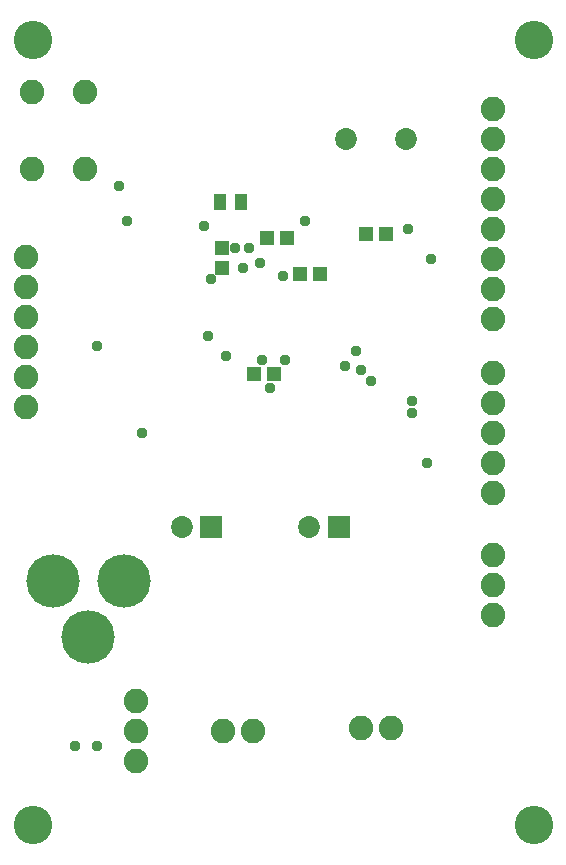
<source format=gbs>
G75*
%MOIN*%
%OFA0B0*%
%FSLAX25Y25*%
%IPPOS*%
%LPD*%
%AMOC8*
5,1,8,0,0,1.08239X$1,22.5*
%
%ADD10C,0.07300*%
%ADD11R,0.07300X0.07300*%
%ADD12C,0.17800*%
%ADD13C,0.08200*%
%ADD14R,0.04737X0.05131*%
%ADD15R,0.05131X0.04737*%
%ADD16R,0.03950X0.05524*%
%ADD17C,0.12800*%
%ADD18C,0.03778*%
D10*
X0078204Y0113000D03*
X0120704Y0113000D03*
X0133125Y0242250D03*
X0153125Y0242250D03*
D11*
X0130546Y0113000D03*
X0088046Y0113000D03*
D12*
X0058937Y0094875D03*
X0047126Y0076371D03*
X0035315Y0094875D03*
D13*
X0063125Y0054875D03*
X0063125Y0044875D03*
X0063125Y0034875D03*
X0091875Y0044875D03*
X0101875Y0044875D03*
X0138125Y0046125D03*
X0148125Y0046125D03*
X0181875Y0083625D03*
X0181875Y0093625D03*
X0181875Y0103625D03*
X0181875Y0124250D03*
X0181875Y0134250D03*
X0181875Y0144250D03*
X0181875Y0154250D03*
X0181875Y0164250D03*
X0181875Y0182375D03*
X0181875Y0192375D03*
X0181875Y0202375D03*
X0181875Y0212375D03*
X0181875Y0222375D03*
X0181875Y0232375D03*
X0181875Y0242375D03*
X0181875Y0252375D03*
X0046025Y0258050D03*
X0028225Y0258050D03*
X0028225Y0232450D03*
X0046025Y0232450D03*
X0026250Y0203000D03*
X0026250Y0193000D03*
X0026250Y0183000D03*
X0026250Y0173000D03*
X0026250Y0163000D03*
X0026250Y0153000D03*
D14*
X0091500Y0199404D03*
X0091500Y0206096D03*
D15*
X0106529Y0209375D03*
X0113221Y0209375D03*
X0117529Y0197250D03*
X0124221Y0197250D03*
X0139779Y0210625D03*
X0146471Y0210625D03*
X0108971Y0163875D03*
X0102279Y0163875D03*
D16*
X0098043Y0221500D03*
X0090957Y0221500D03*
D17*
X0028750Y0013625D03*
X0195625Y0013625D03*
X0195625Y0275500D03*
X0028750Y0275500D03*
D18*
X0057450Y0226600D03*
X0060000Y0214875D03*
X0085550Y0213400D03*
X0096125Y0206125D03*
X0100625Y0206125D03*
X0104375Y0201125D03*
X0098750Y0199250D03*
X0087950Y0195700D03*
X0086875Y0176750D03*
X0093125Y0169875D03*
X0105000Y0168625D03*
X0112500Y0168625D03*
X0107500Y0159250D03*
X0132500Y0166750D03*
X0136250Y0171750D03*
X0138125Y0165500D03*
X0141250Y0161750D03*
X0155000Y0154875D03*
X0155000Y0151125D03*
X0160000Y0134250D03*
X0111875Y0196750D03*
X0119375Y0214875D03*
X0153750Y0212375D03*
X0161250Y0202375D03*
X0065000Y0144250D03*
X0050000Y0173500D03*
X0050000Y0039875D03*
X0042500Y0039875D03*
M02*

</source>
